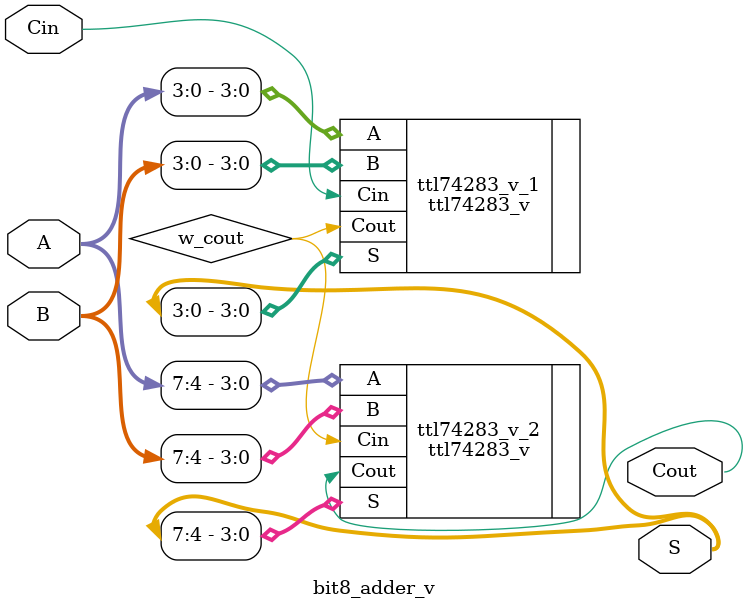
<source format=v>
module bit8_adder_v (
  input [7:0] A,
  input [7:0] B,
  input Cin,
  output [7:0] S,
  output Cout
  );

  wire w_cout;
  ttl74283_v ttl74283_v_1(
    .A(A[3:0]),
    .B(B[3:0]),
    .Cin(Cin),
    .S(S[3:0]),
    .Cout(w_cout)
    );

  ttl74283_v ttl74283_v_2(
    .A(A[7:4]),
    .B(B[7:4]),
    .Cin(w_cout),
    .S(S[7:4]),
    .Cout(Cout)
    );
endmodule //ttl74283_v

</source>
